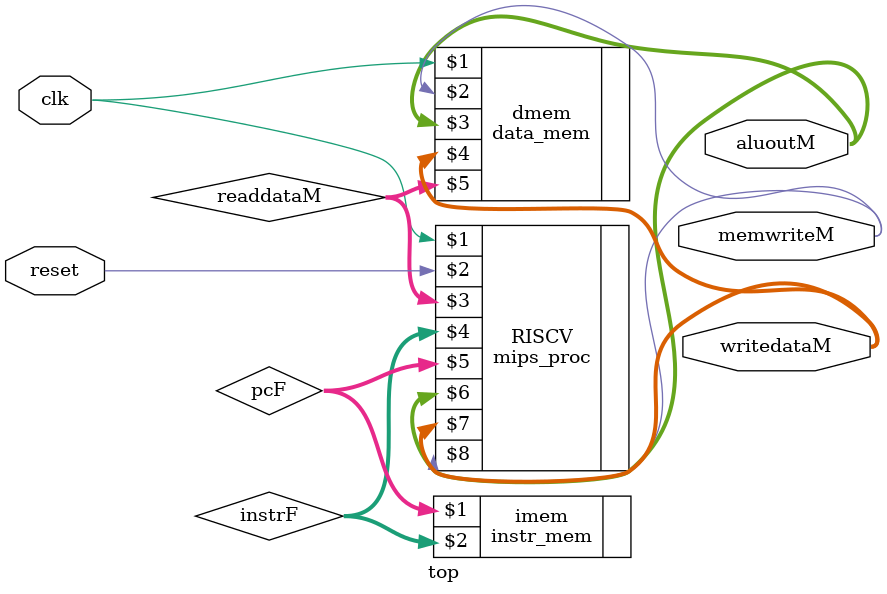
<source format=v>
`timescale 1ns / 1ps
module top
(input clk,reset,
output [31:0]writedataM,aluoutM,
output memwriteM
);
    
wire [31:0] readdataM,instrF,pcF;
instr_mem imem(pcF,instrF);
mips_proc RISCV(clk,reset,readdataM,instrF,pcF,aluoutM,writedataM,memwriteM);  // processor
data_mem dmem(clk,memwriteM,aluoutM,writedataM,readdataM);
endmodule

</source>
